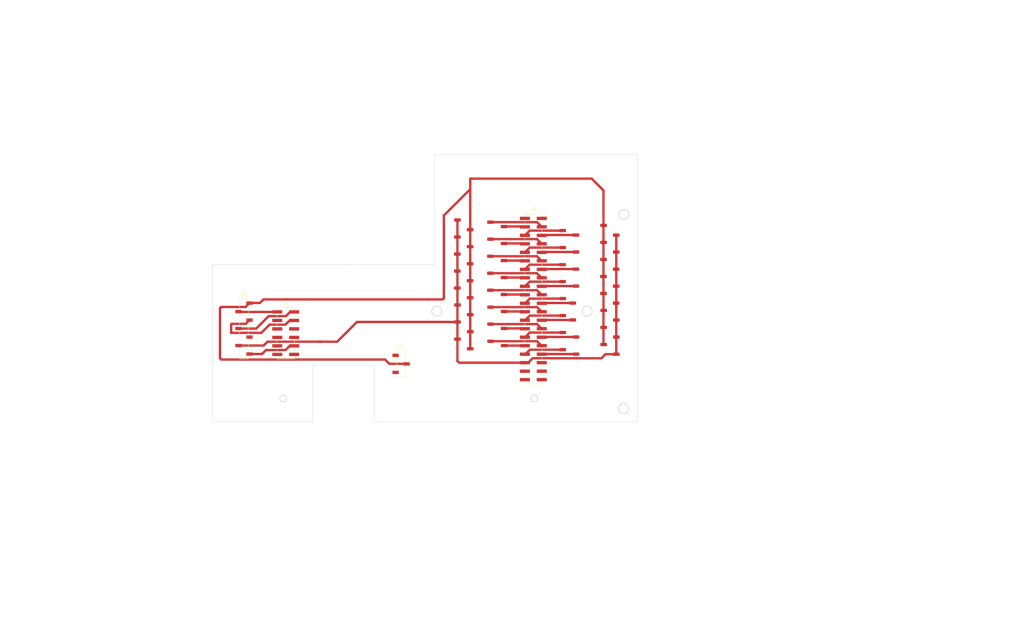
<source format=kicad_pcb>
(kicad_pcb (version 20221018) (generator pcbnew)
  (layers (0 "F.Cu" signal) (31 "B.Cu" signal) (34 "B.Paste" user) (35 "F.Paste" user) (36 "B.SilkS" user "B.Silkscreen") (37 "F.SilkS" user "F.Silkscreen") (38 "B.Mask" user) (39 "F.Mask" user) (44 "Edge.Cuts" user))
  (net 0 "")
  (footprint "" (layer "F.Cu") (at 205.45221 134.24857)
    (fp_text reference "" (at 0 0) (layer "F.SilkS") (effects (font (size 1.27 1.27))))
    (fp_text value "" (at 0 0) (layer "F.SilkS") (effects (font (size 1.27 1.27))))
    (pad "3" smd roundrect (at 0 0 270) (size 1 2) (layers "F.Cu" "F.Paste" "F.Mask"))
  )
  (footprint "" (layer "F.Cu") (at 249.125 110.43904)
    (fp_text reference "" (at 0 0) (layer "F.SilkS") (effects (font (size 1.27 1.27))))
    (fp_text value "" (at 0 0) (layer "F.SilkS") (effects (font (size 1.27 1.27))))
    (pad "3" smd roundrect (at 0 0 270) (size 1 2) (layers "F.Cu" "F.Paste" "F.Mask"))
  )
  (footprint "" (layer "F.Cu") (at 240.90628 138.7495)
    (fp_text reference "" (at 0 0) (layer "F.SilkS") (effects (font (size 1.27 1.27))))
    (fp_text value "" (at 0 0) (layer "F.SilkS") (effects (font (size 1.27 1.27))))
    (pad "3" smd roundrect (at 0 0 270) (size 1 2) (layers "F.Cu" "F.Paste" "F.Mask"))
  )
  (footprint "" (layer "F.Cu") (at 249.125 105.35904)
    (fp_text reference "" (at 0 0) (layer "F.SilkS") (effects (font (size 1.27 1.27))))
    (fp_text value "" (at 0 0) (layer "F.SilkS") (effects (font (size 1.27 1.27))))
    (pad "3" smd roundrect (at 0 0 270) (size 1 2) (layers "F.Cu" "F.Paste" "F.Mask"))
  )
  (footprint "" (layer "F.Cu") (at 249.1 125.71904)
    (fp_text reference "" (at 0 0) (layer "F.SilkS") (effects (font (size 1.27 1.27))))
    (fp_text value "" (at 0 0) (layer "F.SilkS") (effects (font (size 1.27 1.27))))
    (pad "3" smd roundrect (at 0 0 270) (size 1 2) (layers "F.Cu" "F.Paste" "F.Mask"))
  )
  (footprint "Connector_PinSocket_2.54mm:PinSocket_2x06_P2.54mm_Vertical_SMD" (layer "F.Cu") (at 154.07721 137.59904)
    (fp_text reference "J2" (at 0 -9.12) (layer "F.SilkS"))
    (fp_text value "")
    (fp_line (start -2.6 -7.68) (end -2.6 -7.11) (stroke (width 0.12)) (layer "F.SilkS"))
    (fp_line (start -2.6 -7.68) (end 2.6 -7.68) (stroke (width 0.12)) (layer "F.SilkS"))
    (fp_line (start -2.6 -5.59) (end -2.6 -4.57) (stroke (width 0.12)) (layer "F.SilkS"))
    (fp_line (start -2.6 -3.05) (end -2.6 -2.03) (stroke (width 0.12)) (layer "F.SilkS"))
    (fp_line (start -2.6 -0.51) (end -2.6 0.51) (stroke (width 0.12)) (layer "F.SilkS"))
    (fp_line (start -2.6 2.03) (end -2.6 3.05) (stroke (width 0.12)) (layer "F.SilkS"))
    (fp_line (start -2.6 4.57) (end -2.6 5.59) (stroke (width 0.12)) (layer "F.SilkS"))
    (fp_line (start -2.6 7.11) (end -2.6 7.68) (stroke (width 0.12)) (layer "F.SilkS"))
    (fp_line (start -2.6 7.68) (end 2.6 7.68) (stroke (width 0.12)) (layer "F.SilkS"))
    (fp_line (start 2.6 -7.68) (end 2.6 -7.11) (stroke (width 0.12)) (layer "F.SilkS"))
    (fp_line (start 2.6 -7.11) (end 3.96 -7.11) (stroke (width 0.12)) (layer "F.SilkS"))
    (fp_line (start 2.6 -5.59) (end 2.6 -4.57) (stroke (width 0.12)) (layer "F.SilkS"))
    (fp_line (start 2.6 -3.05) (end 2.6 -2.03) (stroke (width 0.12)) (layer "F.SilkS"))
    (fp_line (start 2.6 -0.51) (end 2.6 0.51) (stroke (width 0.12)) (layer "F.SilkS"))
    (fp_line (start 2.6 2.03) (end 2.6 3.05) (stroke (width 0.12)) (layer "F.SilkS"))
    (fp_line (start 2.6 4.57) (end 2.6 5.59) (stroke (width 0.12)) (layer "F.SilkS"))
    (fp_line (start 2.6 7.11) (end 2.6 7.68) (stroke (width 0.12)) (layer "F.SilkS"))
    (pad "1" smd rect (at 2.52 -6.35) (size 3 1) (layers "F.Cu" "F.Paste" "F.Mask"))
    (pad "2" smd rect (at -2.52 -6.35) (size 3 1) (layers "F.Cu" "F.Paste" "F.Mask"))
    (pad "3" smd rect (at 2.52 -3.81) (size 3 1) (layers "F.Cu" "F.Paste" "F.Mask"))
    (pad "4" smd rect (at -2.52 -3.81) (size 3 1) (layers "F.Cu" "F.Paste" "F.Mask"))
    (pad "5" smd rect (at 2.52 -1.27) (size 3 1) (layers "F.Cu" "F.Paste" "F.Mask"))
    (pad "6" smd rect (at -2.52 -1.27) (size 3 1) (layers "F.Cu" "F.Paste" "F.Mask"))
    (pad "7" smd rect (at 2.52 1.27) (size 3 1) (layers "F.Cu" "F.Paste" "F.Mask"))
    (pad "8" smd rect (at -2.52 1.27) (size 3 1) (layers "F.Cu" "F.Paste" "F.Mask"))
    (pad "9" smd rect (at 2.52 3.81) (size 3 1) (layers "F.Cu" "F.Paste" "F.Mask"))
    (pad "10" smd rect (at -2.52 3.81) (size 3 1) (layers "F.Cu" "F.Paste" "F.Mask"))
    (pad "11" smd rect (at 2.52 6.35) (size 3 1) (layers "F.Cu" "F.Paste" "F.Mask"))
    (pad "12" smd rect (at -2.52 6.35) (size 3 1) (layers "F.Cu" "F.Paste" "F.Mask"))
  )
  (footprint "" (layer "F.Cu") (at 205.40221 113.93857)
    (fp_text reference "" (at 0 0) (layer "F.SilkS") (effects (font (size 1.27 1.27))))
    (fp_text value "" (at 0 0) (layer "F.SilkS") (effects (font (size 1.27 1.27))))
    (pad "3" smd roundrect (at 0 0 270) (size 1 2) (layers "F.Cu" "F.Paste" "F.Mask"))
  )
  (footprint "" (layer "F.Cu") (at 252.9 118.45904)
    (fp_text reference "" (at 0 0) (layer "F.SilkS") (effects (font (size 1.27 1.27))))
    (fp_text value "" (at 0 0) (layer "F.SilkS") (effects (font (size 1.27 1.27))))
    (pad "3" smd roundrect (at 0 0 270) (size 1 2) (layers "F.Cu" "F.Paste" "F.Mask"))
  )
  (footprint "" (layer "F.Cu") (at 209.22721 111.71857)
    (fp_text reference "" (at 0 0) (layer "F.SilkS") (effects (font (size 1.27 1.27))))
    (fp_text value "" (at 0 0) (layer "F.SilkS") (effects (font (size 1.27 1.27))))
    (pad "3" smd roundrect (at 0 0 270) (size 1 2) (layers "F.Cu" "F.Paste" "F.Mask"))
  )
  (footprint "" (layer "F.Cu") (at 215.2985 119.66671)
    (fp_text reference "" (at 0 0) (layer "F.SilkS") (effects (font (size 1.27 1.27))))
    (fp_text value "" (at 0 0) (layer "F.SilkS") (effects (font (size 1.27 1.27))))
    (pad "3" smd roundrect (at 0 0 270) (size 1 2) (layers "F.Cu" "F.Paste" "F.Mask"))
  )
  (footprint "Connector_PinSocket_2.54mm:PinSocket_1x07_P2.54mm_Vertical_SMD_Pin1Right" (layer "F.Cu") (at 141.605 136.22904)
    (fp_text reference "J3" (at 0 -10.49) (layer "F.SilkS"))
    (fp_text value "")
    (fp_line (start -1.33 -9.05) (end -1.33 -5.84) (stroke (width 0.12)) (layer "F.SilkS"))
    (fp_line (start -1.33 -9.05) (end 1.33 -9.05) (stroke (width 0.12)) (layer "F.SilkS"))
    (fp_line (start -1.33 -4.32) (end -1.33 -0.76) (stroke (width 0.12)) (layer "F.SilkS"))
    (fp_line (start -1.33 0.76) (end -1.33 4.32) (stroke (width 0.12)) (layer "F.SilkS"))
    (fp_line (start -1.33 5.84) (end -1.33 9.05) (stroke (width 0.12)) (layer "F.SilkS"))
    (fp_line (start -1.33 9.05) (end 1.33 9.05) (stroke (width 0.12)) (layer "F.SilkS"))
    (fp_line (start 1.33 -9.05) (end 1.33 -8.38) (stroke (width 0.12)) (layer "F.SilkS"))
    (fp_line (start 1.33 -8.38) (end 2.54 -8.38) (stroke (width 0.12)) (layer "F.SilkS"))
    (fp_line (start 1.33 -6.86) (end 1.33 -3.3) (stroke (width 0.12)) (layer "F.SilkS"))
    (fp_line (start 1.33 -1.78) (end 1.33 1.78) (stroke (width 0.12)) (layer "F.SilkS"))
    (fp_line (start 1.33 3.3) (end 1.33 6.86) (stroke (width 0.12)) (layer "F.SilkS"))
    (fp_line (start 1.33 8.38) (end 1.33 9.05) (stroke (width 0.12)) (layer "F.SilkS"))
    (pad "1" smd rect (at 1.65 -7.62) (size 1.9 1) (layers "F.Cu" "F.Paste" "F.Mask"))
    (pad "2" smd rect (at -1.65 -5.08) (size 1.9 1) (layers "F.Cu" "F.Paste" "F.Mask"))
    (pad "3" smd rect (at 1.65 -2.54) (size 1.9 1) (layers "F.Cu" "F.Paste" "F.Mask"))
    (pad "4" smd rect (at -1.65 0) (size 1.9 1) (layers "F.Cu" "F.Paste" "F.Mask"))
    (pad "5" smd rect (at 1.65 2.54) (size 1.9 1) (layers "F.Cu" "F.Paste" "F.Mask"))
    (pad "6" smd rect (at -1.65 5.08) (size 1.9 1) (layers "F.Cu" "F.Paste" "F.Mask"))
    (pad "7" smd rect (at 1.65 7.62) (size 1.9 1) (layers "F.Cu" "F.Paste" "F.Mask"))
  )
  (footprint "" (layer "F.Cu") (at 236.86535 117.110425)
    (fp_text reference "" (at 0 0) (layer "F.SilkS") (effects (font (size 1.27 1.27))))
    (fp_text value "" (at 0 0) (layer "F.SilkS") (effects (font (size 1.27 1.27))))
    (pad "3" smd roundrect (at 0 0 270) (size 1 2) (layers "F.Cu" "F.Paste" "F.Mask"))
  )
  (footprint "" (layer "F.Cu") (at 205.42721 108.81857)
    (fp_text reference "" (at 0 0) (layer "F.SilkS") (effects (font (size 1.27 1.27))))
    (fp_text value "" (at 0 0) (layer "F.SilkS") (effects (font (size 1.27 1.27))))
    (pad "3" smd roundrect (at 0 0 270) (size 1 2) (layers "F.Cu" "F.Paste" "F.Mask"))
  )
  (footprint "" (layer "F.Cu") (at 252.95 133.68904)
    (fp_text reference "" (at 0 0) (layer "F.SilkS") (effects (font (size 1.27 1.27))))
    (fp_text value "" (at 0 0) (layer "F.SilkS") (effects (font (size 1.27 1.27))))
    (pad "3" smd roundrect (at 0 0 270) (size 1 2) (layers "F.Cu" "F.Paste" "F.Mask"))
  )
  (footprint "Connector_PinSocket_2.54mm:PinSocket_2x20_P2.54mm_Vertical_SMD" (layer "F.Cu") (at 228.125 127.38904)
    (fp_text reference "J1" (at 0 -26.9) (layer "F.SilkS"))
    (fp_text value "")
    (fp_line (start -2.6 -25.46) (end -2.6 -24.89) (stroke (width 0.12)) (layer "F.SilkS"))
    (fp_line (start -2.6 -25.46) (end 2.6 -25.46) (stroke (width 0.12)) (layer "F.SilkS"))
    (fp_line (start -2.6 -23.37) (end -2.6 -22.35) (stroke (width 0.12)) (layer "F.SilkS"))
    (fp_line (start -2.6 -20.83) (end -2.6 -19.81) (stroke (width 0.12)) (layer "F.SilkS"))
    (fp_line (start -2.6 -18.29) (end -2.6 -17.27) (stroke (width 0.12)) (layer "F.SilkS"))
    (fp_line (start -2.6 -15.75) (end -2.6 -14.73) (stroke (width 0.12)) (layer "F.SilkS"))
    (fp_line (start -2.6 -13.21) (end -2.6 -12.19) (stroke (width 0.12)) (layer "F.SilkS"))
    (fp_line (start -2.6 -10.67) (end -2.6 -9.65) (stroke (width 0.12)) (layer "F.SilkS"))
    (fp_line (start -2.6 -8.13) (end -2.6 -7.11) (stroke (width 0.12)) (layer "F.SilkS"))
    (fp_line (start -2.6 -5.59) (end -2.6 -4.57) (stroke (width 0.12)) (layer "F.SilkS"))
    (fp_line (start -2.6 -3.05) (end -2.6 -2.03) (stroke (width 0.12)) (layer "F.SilkS"))
    (fp_line (start -2.6 -0.51) (end -2.6 0.51) (stroke (width 0.12)) (layer "F.SilkS"))
    (fp_line (start -2.6 2.03) (end -2.6 3.05) (stroke (width 0.12)) (layer "F.SilkS"))
    (fp_line (start -2.6 4.57) (end -2.6 5.59) (stroke (width 0.12)) (layer "F.SilkS"))
    (fp_line (start -2.6 7.11) (end -2.6 8.13) (stroke (width 0.12)) (layer "F.SilkS"))
    (fp_line (start -2.6 9.65) (end -2.6 10.67) (stroke (width 0.12)) (layer "F.SilkS"))
    (fp_line (start -2.6 12.19) (end -2.6 13.21) (stroke (width 0.12)) (layer "F.SilkS"))
    (fp_line (start -2.6 14.73) (end -2.6 15.75) (stroke (width 0.12)) (layer "F.SilkS"))
    (fp_line (start -2.6 17.27) (end -2.6 18.29) (stroke (width 0.12)) (layer "F.SilkS"))
    (fp_line (start -2.6 19.81) (end -2.6 20.83) (stroke (width 0.12)) (layer "F.SilkS"))
    (fp_line (start -2.6 22.35) (end -2.6 23.37) (stroke (width 0.12)) (layer "F.SilkS"))
    (fp_line (start -2.6 24.89) (end -2.6 25.46) (stroke (width 0.12)) (layer "F.SilkS"))
    (fp_line (start -2.6 25.46) (end 2.6 25.46) (stroke (width 0.12)) (layer "F.SilkS"))
    (fp_line (start 2.6 -25.46) (end 2.6 -24.89) (stroke (width 0.12)) (layer "F.SilkS"))
    (fp_line (start 2.6 -24.89) (end 3.96 -24.89) (stroke (width 0.12)) (layer "F.SilkS"))
    (fp_line (start 2.6 -23.37) (end 2.6 -22.35) (stroke (width 0.12)) (layer "F.SilkS"))
    (fp_line (start 2.6 -20.83) (end 2.6 -19.81) (stroke (width 0.12)) (layer "F.SilkS"))
    (fp_line (start 2.6 -18.29) (end 2.6 -17.27) (stroke (width 0.12)) (layer "F.SilkS"))
    (fp_line (start 2.6 -15.75) (end 2.6 -14.73) (stroke (width 0.12)) (layer "F.SilkS"))
    (fp_line (start 2.6 -13.21) (end 2.6 -12.19) (stroke (width 0.12)) (layer "F.SilkS"))
    (fp_line (start 2.6 -10.67) (end 2.6 -9.65) (stroke (width 0.12)) (layer "F.SilkS"))
    (fp_line (start 2.6 -8.13) (end 2.6 -7.11) (stroke (width 0.12)) (layer "F.SilkS"))
    (fp_line (start 2.6 -5.59) (end 2.6 -4.57) (stroke (width 0.12)) (layer "F.SilkS"))
    (fp_line (start 2.6 -3.05) (end 2.6 -2.03) (stroke (width 0.12)) (layer "F.SilkS"))
    (fp_line (start 2.6 -0.51) (end 2.6 0.51) (stroke (width 0.12)) (layer "F.SilkS"))
    (fp_line (start 2.6 2.03) (end 2.6 3.05) (stroke (width 0.12)) (layer "F.SilkS"))
    (fp_line (start 2.6 4.57) (end 2.6 5.59) (stroke (width 0.12)) (layer "F.SilkS"))
    (fp_line (start 2.6 7.11) (end 2.6 8.13) (stroke (width 0.12)) (layer "F.SilkS"))
    (fp_line (start 2.6 9.65) (end 2.6 10.67) (stroke (width 0.12)) (layer "F.SilkS"))
    (fp_line (start 2.6 12.19) (end 2.6 13.21) (stroke (width 0.12)) (layer "F.SilkS"))
    (fp_line (start 2.6 14.73) (end 2.6 15.75) (stroke (width 0.12)) (layer "F.SilkS"))
    (fp_line (start 2.6 17.27) (end 2.6 18.29) (stroke (width 0.12)) (layer "F.SilkS"))
    (fp_line (start 2.6 19.81) (end 2.6 20.83) (stroke (width 0.12)) (layer "F.SilkS"))
    (fp_line (start 2.6 22.35) (end 2.6 23.37) (stroke (width 0.12)) (layer "F.SilkS"))
    (fp_line (start 2.6 24.89) (end 2.6 25.46) (stroke (width 0.12)) (layer "F.SilkS"))
    (pad "1" smd rect (at 2.52 -24.13) (size 3 1) (layers "F.Cu" "F.Paste" "F.Mask"))
    (pad "2" smd rect (at -2.52 -24.13) (size 3 1) (layers "F.Cu" "F.Paste" "F.Mask"))
    (pad "3" smd rect (at 2.52 -21.59) (size 3 1) (layers "F.Cu" "F.Paste" "F.Mask"))
    (pad "4" smd rect (at -2.52 -21.59) (size 3 1) (layers "F.Cu" "F.Paste" "F.Mask"))
    (pad "5" smd rect (at 2.52 -19.05) (size 3 1) (layers "F.Cu" "F.Paste" "F.Mask"))
    (pad "6" smd rect (at -2.52 -19.05) (size 3 1) (layers "F.Cu" "F.Paste" "F.Mask"))
    (pad "7" smd rect (at 2.52 -16.51) (size 3 1) (layers "F.Cu" "F.Paste" "F.Mask"))
    (pad "8" smd rect (at -2.52 -16.51) (size 3 1) (layers "F.Cu" "F.Paste" "F.Mask"))
    (pad "9" smd rect (at 2.52 -13.97) (size 3 1) (layers "F.Cu" "F.Paste" "F.Mask"))
    (pad "10" smd rect (at -2.52 -13.97) (size 3 1) (layers "F.Cu" "F.Paste" "F.Mask"))
    (pad "11" smd rect (at 2.52 -11.43) (size 3 1) (layers "F.Cu" "F.Paste" "F.Mask"))
    (pad "12" smd rect (at -2.52 -11.43) (size 3 1) (layers "F.Cu" "F.Paste" "F.Mask"))
    (pad "13" smd rect (at 2.52 -8.89) (size 3 1) (layers "F.Cu" "F.Paste" "F.Mask"))
    (pad "14" smd rect (at -2.52 -8.89) (size 3 1) (layers "F.Cu" "F.Paste" "F.Mask"))
    (pad "15" smd rect (at 2.52 -6.35) (size 3 1) (layers "F.Cu" "F.Paste" "F.Mask"))
    (pad "16" smd rect (at -2.52 -6.35) (size 3 1) (layers "F.Cu" "F.Paste" "F.Mask"))
    (pad "17" smd rect (at 2.52 -3.81) (size 3 1) (layers "F.Cu" "F.Paste" "F.Mask"))
    (pad "18" smd rect (at -2.52 -3.81) (size 3 1) (layers "F.Cu" "F.Paste" "F.Mask"))
    (pad "19" smd rect (at 2.52 -1.27) (size 3 1) (layers "F.Cu" "F.Paste" "F.Mask"))
    (pad "20" smd rect (at -2.52 -1.27) (size 3 1) (layers "F.Cu" "F.Paste" "F.Mask"))
    (pad "21" smd rect (at 2.52 1.27) (size 3 1) (layers "F.Cu" "F.Paste" "F.Mask"))
    (pad "22" smd rect (at -2.52 1.27) (size 3 1) (layers "F.Cu" "F.Paste" "F.Mask"))
    (pad "23" smd rect (at 2.52 3.81) (size 3 1) (layers "F.Cu" "F.Paste" "F.Mask"))
    (pad "24" smd rect (at -2.52 3.81) (size 3 1) (layers "F.Cu" "F.Paste" "F.Mask"))
    (pad "25" smd rect (at 2.52 6.35) (size 3 1) (layers "F.Cu" "F.Paste" "F.Mask"))
    (pad "26" smd rect (at -2.52 6.35) (size 3 1) (layers "F.Cu" "F.Paste" "F.Mask"))
    (pad "27" smd rect (at 2.52 8.89) (size 3 1) (layers "F.Cu" "F.Paste" "F.Mask"))
    (pad "28" smd rect (at -2.52 8.89) (size 3 1) (layers "F.Cu" "F.Paste" "F.Mask"))
    (pad "29" smd rect (at 2.52 11.43) (size 3 1) (layers "F.Cu" "F.Paste" "F.Mask"))
    (pad "30" smd rect (at -2.52 11.43) (size 3 1) (layers "F.Cu" "F.Paste" "F.Mask"))
    (pad "31" smd rect (at 2.52 13.97) (size 3 1) (layers "F.Cu" "F.Paste" "F.Mask"))
    (pad "32" smd rect (at -2.52 13.97) (size 3 1) (layers "F.Cu" "F.Paste" "F.Mask"))
    (pad "33" smd rect (at 2.52 16.51) (size 3 1) (layers "F.Cu" "F.Paste" "F.Mask"))
    (pad "34" smd rect (at -2.52 16.51) (size 3 1) (layers "F.Cu" "F.Paste" "F.Mask"))
    (pad "35" smd rect (at 2.52 19.05) (size 3 1) (layers "F.Cu" "F.Paste" "F.Mask"))
    (pad "36" smd rect (at -2.52 19.05) (size 3 1) (layers "F.Cu" "F.Paste" "F.Mask"))
    (pad "37" smd rect (at 2.52 21.59) (size 3 1) (layers "F.Cu" "F.Paste" "F.Mask"))
    (pad "38" smd rect (at -2.52 21.59) (size 3 1) (layers "F.Cu" "F.Paste" "F.Mask"))
    (pad "39" smd rect (at 2.52 24.13) (size 3 1) (layers "F.Cu" "F.Paste" "F.Mask"))
    (pad "40" smd rect (at -2.52 24.13) (size 3 1) (layers "F.Cu" "F.Paste" "F.Mask"))
  )
  (footprint "" (layer "F.Cu") (at 219.35093 120.96228)
    (fp_text reference "" (at 0 0) (layer "F.SilkS") (effects (font (size 1.27 1.27))))
    (fp_text value "" (at 0 0) (layer "F.SilkS") (effects (font (size 1.27 1.27))))
    (pad "3" smd roundrect (at 0 0 270) (size 1 2) (layers "F.Cu" "F.Paste" "F.Mask"))
  )
  (footprint "" (layer "F.Cu") (at 252.9 128.61904)
    (fp_text reference "" (at 0 0) (layer "F.SilkS") (effects (font (size 1.27 1.27))))
    (fp_text value "" (at 0 0) (layer "F.SilkS") (effects (font (size 1.27 1.27))))
    (pad "3" smd roundrect (at 0 0 270) (size 1 2) (layers "F.Cu" "F.Paste" "F.Mask"))
  )
  (footprint "" (layer "F.Cu") (at 236.89035 111.990425)
    (fp_text reference "" (at 0 0) (layer "F.SilkS") (effects (font (size 1.27 1.27))))
    (fp_text value "" (at 0 0) (layer "F.SilkS") (effects (font (size 1.27 1.27))))
    (pad "3" smd roundrect (at 0 0 270) (size 1 2) (layers "F.Cu" "F.Paste" "F.Mask"))
  )
  (footprint "" (layer "F.Cu") (at 240.85628 123.5195)
    (fp_text reference "" (at 0 0) (layer "F.SilkS") (effects (font (size 1.27 1.27))))
    (fp_text value "" (at 0 0) (layer "F.SilkS") (effects (font (size 1.27 1.27))))
    (pad "3" smd roundrect (at 0 0 270) (size 1 2) (layers "F.Cu" "F.Paste" "F.Mask"))
  )
  (footprint "" (layer "F.Cu") (at 252.9 123.53904)
    (fp_text reference "" (at 0 0) (layer "F.SilkS") (effects (font (size 1.27 1.27))))
    (fp_text value "" (at 0 0) (layer "F.SilkS") (effects (font (size 1.27 1.27))))
    (pad "3" smd roundrect (at 0 0 270) (size 1 2) (layers "F.Cu" "F.Paste" "F.Mask"))
  )
  (footprint "" (layer "F.Cu") (at 215.3235 109.46671)
    (fp_text reference "" (at 0 0) (layer "F.SilkS") (effects (font (size 1.27 1.27))))
    (fp_text value "" (at 0 0) (layer "F.SilkS") (effects (font (size 1.27 1.27))))
    (pad "3" smd roundrect (at 0 0 270) (size 1 2) (layers "F.Cu" "F.Paste" "F.Mask"))
  )
  (footprint "" (layer "F.Cu") (at 249.1 120.63904)
    (fp_text reference "" (at 0 0) (layer "F.SilkS") (effects (font (size 1.27 1.27))))
    (fp_text value "" (at 0 0) (layer "F.SilkS") (effects (font (size 1.27 1.27))))
    (pad "3" smd roundrect (at 0 0 270) (size 1 2) (layers "F.Cu" "F.Paste" "F.Mask"))
  )
  (footprint "Connector_PinSocket_2.54mm:PinSocket_1x03_P2.54mm_Vertical_SMD_Pin1Left" (layer "F.Cu") (at 188.595 146.79904)
    (fp_text reference "J4" (at 0 -5.41) (layer "F.SilkS"))
    (fp_text value "")
    (fp_line (start -2.54 -3.3) (end -1.33 -3.3) (stroke (width 0.12)) (layer "F.SilkS"))
    (fp_line (start -1.33 -3.97) (end -1.33 -3.3) (stroke (width 0.12)) (layer "F.SilkS"))
    (fp_line (start -1.33 -3.97) (end 1.33 -3.97) (stroke (width 0.12)) (layer "F.SilkS"))
    (fp_line (start -1.33 -1.78) (end -1.33 1.78) (stroke (width 0.12)) (layer "F.SilkS"))
    (fp_line (start -1.33 3.3) (end -1.33 3.97) (stroke (width 0.12)) (layer "F.SilkS"))
    (fp_line (start -1.33 3.97) (end 1.33 3.97) (stroke (width 0.12)) (layer "F.SilkS"))
    (fp_line (start 1.33 -3.97) (end 1.33 -0.76) (stroke (width 0.12)) (layer "F.SilkS"))
    (fp_line (start 1.33 0.76) (end 1.33 3.97) (stroke (width 0.12)) (layer "F.SilkS"))
    (pad "1" smd rect (at -1.65 -2.54) (size 1.9 1) (layers "F.Cu" "F.Paste" "F.Mask"))
    (pad "2" smd rect (at 1.65 0) (size 1.9 1) (layers "F.Cu" "F.Paste" "F.Mask"))
    (pad "3" smd rect (at -1.65 2.54) (size 1.9 1) (layers "F.Cu" "F.Paste" "F.Mask"))
  )
  (footprint "" (layer "F.Cu") (at 209.25221 132.06857)
    (fp_text reference "" (at 0 0) (layer "F.SilkS") (effects (font (size 1.27 1.27))))
    (fp_text value "" (at 0 0) (layer "F.SilkS") (effects (font (size 1.27 1.27))))
    (pad "3" smd roundrect (at 0 0 270) (size 1 2) (layers "F.Cu" "F.Paste" "F.Mask"))
  )
  (footprint "" (layer "F.Cu") (at 215.3485 140.02671)
    (fp_text reference "" (at 0 0) (layer "F.SilkS") (effects (font (size 1.27 1.27))))
    (fp_text value "" (at 0 0) (layer "F.SilkS") (effects (font (size 1.27 1.27))))
    (pad "3" smd roundrect (at 0 0 270) (size 1 2) (layers "F.Cu" "F.Paste" "F.Mask"))
  )
  (footprint "" (layer "F.Cu") (at 205.45221 129.16857)
    (fp_text reference "" (at 0 0) (layer "F.SilkS") (effects (font (size 1.27 1.27))))
    (fp_text value "" (at 0 0) (layer "F.SilkS") (effects (font (size 1.27 1.27))))
    (pad "3" smd roundrect (at 0 0 270) (size 1 2) (layers "F.Cu" "F.Paste" "F.Mask"))
  )
  (footprint "" (layer "F.Cu") (at 239.9 128.5895)
    (fp_text reference "" (at 0 0) (layer "F.SilkS") (effects (font (size 1.27 1.27))))
    (fp_text value "" (at 0 0) (layer "F.SilkS") (effects (font (size 1.27 1.27))))
    (pad "3" smd roundrect (at 0 0 270) (size 1 2) (layers "F.Cu" "F.Paste" "F.Mask"))
  )
  (footprint "" (layer "F.Cu") (at 219.35093 126.04228)
    (fp_text reference "" (at 0 0) (layer "F.SilkS") (effects (font (size 1.27 1.27))))
    (fp_text value "" (at 0 0) (layer "F.SilkS") (effects (font (size 1.27 1.27))))
    (pad "3" smd roundrect (at 0 0 270) (size 1 2) (layers "F.Cu" "F.Paste" "F.Mask"))
  )
  (footprint "" (layer "F.Cu") (at 236.91535 132.340425)
    (fp_text reference "" (at 0 0) (layer "F.SilkS") (effects (font (size 1.27 1.27))))
    (fp_text value "" (at 0 0) (layer "F.SilkS") (effects (font (size 1.27 1.27))))
    (pad "3" smd roundrect (at 0 0 270) (size 1 2) (layers "F.Cu" "F.Paste" "F.Mask"))
  )
  (footprint "" (layer "F.Cu") (at 252.95 138.76904)
    (fp_text reference "" (at 0 0) (layer "F.SilkS") (effects (font (size 1.27 1.27))))
    (fp_text value "" (at 0 0) (layer "F.SilkS") (effects (font (size 1.27 1.27))))
    (pad "3" smd roundrect (at 0 0 270) (size 1 2) (layers "F.Cu" "F.Paste" "F.Mask"))
  )
  (footprint "" (layer "F.Cu") (at 209.20221 121.91857)
    (fp_text reference "" (at 0 0) (layer "F.SilkS") (effects (font (size 1.27 1.27))))
    (fp_text value "" (at 0 0) (layer "F.SilkS") (effects (font (size 1.27 1.27))))
    (pad "3" smd roundrect (at 0 0 270) (size 1 2) (layers "F.Cu" "F.Paste" "F.Mask"))
  )
  (footprint "" (layer "F.Cu") (at 240.88128 108.2395)
    (fp_text reference "" (at 0 0) (layer "F.SilkS") (effects (font (size 1.27 1.27))))
    (fp_text value "" (at 0 0) (layer "F.SilkS") (effects (font (size 1.27 1.27))))
    (pad "3" smd roundrect (at 0 0 270) (size 1 2) (layers "F.Cu" "F.Paste" "F.Mask"))
  )
  (footprint "" (layer "F.Cu") (at 205.45221 139.37857)
    (fp_text reference "" (at 0 0) (layer "F.SilkS") (effects (font (size 1.27 1.27))))
    (fp_text value "" (at 0 0) (layer "F.SilkS") (effects (font (size 1.27 1.27))))
    (pad "3" smd roundrect (at 0 0 270) (size 1 2) (layers "F.Cu" "F.Paste" "F.Mask"))
  )
  (footprint "" (layer "F.Cu") (at 249.15 135.86904)
    (fp_text reference "" (at 0 0) (layer "F.SilkS") (effects (font (size 1.27 1.27))))
    (fp_text value "" (at 0 0) (layer "F.SilkS") (effects (font (size 1.27 1.27))))
    (pad "3" smd roundrect (at 0 0 270) (size 1 2) (layers "F.Cu" "F.Paste" "F.Mask"))
  )
  (footprint "" (layer "F.Cu") (at 209.25221 142.27857)
    (fp_text reference "" (at 0 0) (layer "F.SilkS") (effects (font (size 1.27 1.27))))
    (fp_text value "" (at 0 0) (layer "F.SilkS") (effects (font (size 1.27 1.27))))
    (pad "3" smd roundrect (at 0 0 270) (size 1 2) (layers "F.Cu" "F.Paste" "F.Mask"))
  )
  (footprint "" (layer "F.Cu") (at 252.925 108.25904)
    (fp_text reference "" (at 0 0) (layer "F.SilkS") (effects (font (size 1.27 1.27))))
    (fp_text value "" (at 0 0) (layer "F.SilkS") (effects (font (size 1.27 1.27))))
    (pad "3" smd roundrect (at 0 0 270) (size 1 2) (layers "F.Cu" "F.Paste" "F.Mask"))
  )
  (footprint "" (layer "F.Cu") (at 252.95 143.89904)
    (fp_text reference "" (at 0 0) (layer "F.SilkS") (effects (font (size 1.27 1.27))))
    (fp_text value "" (at 0 0) (layer "F.SilkS") (effects (font (size 1.27 1.27))))
    (pad "3" smd roundrect (at 0 0 270) (size 1 2) (layers "F.Cu" "F.Paste" "F.Mask"))
  )
  (footprint "" (layer "F.Cu") (at 209.25221 137.14857)
    (fp_text reference "" (at 0 0) (layer "F.SilkS") (effects (font (size 1.27 1.27))))
    (fp_text value "" (at 0 0) (layer "F.SilkS") (effects (font (size 1.27 1.27))))
    (pad "3" smd roundrect (at 0 0 270) (size 1 2) (layers "F.Cu" "F.Paste" "F.Mask"))
  )
  (footprint "" (layer "F.Cu") (at 240.88128 113.3195)
    (fp_text reference "" (at 0 0) (layer "F.SilkS") (effects (font (size 1.27 1.27))))
    (fp_text value "" (at 0 0) (layer "F.SilkS") (effects (font (size 1.27 1.27))))
    (pad "3" smd roundrect (at 0 0 270) (size 1 2) (layers "F.Cu" "F.Paste" "F.Mask"))
  )
  (footprint "" (layer "F.Cu") (at 219.40093 141.32228)
    (fp_text reference "" (at 0 0) (layer "F.SilkS") (effects (font (size 1.27 1.27))))
    (fp_text value "" (at 0 0) (layer "F.SilkS") (effects (font (size 1.27 1.27))))
    (pad "3" smd roundrect (at 0 0 270) (size 1 2) (layers "F.Cu" "F.Paste" "F.Mask"))
  )
  (footprint "" (layer "F.Cu") (at 209.20221 116.83857)
    (fp_text reference "" (at 0 0) (layer "F.SilkS") (effects (font (size 1.27 1.27))))
    (fp_text value "" (at 0 0) (layer "F.SilkS") (effects (font (size 1.27 1.27))))
    (pad "3" smd roundrect (at 0 0 270) (size 1 2) (layers "F.Cu" "F.Paste" "F.Mask"))
  )
  (footprint "" (layer "F.Cu") (at 219.40093 136.19228)
    (fp_text reference "" (at 0 0) (layer "F.SilkS") (effects (font (size 1.27 1.27))))
    (fp_text value "" (at 0 0) (layer "F.SilkS") (effects (font (size 1.27 1.27))))
    (pad "3" smd roundrect (at 0 0 270) (size 1 2) (layers "F.Cu" "F.Paste" "F.Mask"))
  )
  (footprint "" (layer "F.Cu") (at 215.2985 114.58671)
    (fp_text reference "" (at 0 0) (layer "F.SilkS") (effects (font (size 1.27 1.27))))
    (fp_text value "" (at 0 0) (layer "F.SilkS") (effects (font (size 1.27 1.27))))
    (pad "3" smd roundrect (at 0 0 270) (size 1 2) (layers "F.Cu" "F.Paste" "F.Mask"))
  )
  (footprint "" (layer "F.Cu") (at 205.40221 119.01857)
    (fp_text reference "" (at 0 0) (layer "F.SilkS") (effects (font (size 1.27 1.27))))
    (fp_text value "" (at 0 0) (layer "F.SilkS") (effects (font (size 1.27 1.27))))
    (pad "3" smd roundrect (at 0 0 270) (size 1 2) (layers "F.Cu" "F.Paste" "F.Mask"))
  )
  (footprint "" (layer "F.Cu") (at 219.35093 115.88228)
    (fp_text reference "" (at 0 0) (layer "F.SilkS") (effects (font (size 1.27 1.27))))
    (fp_text value "" (at 0 0) (layer "F.SilkS") (effects (font (size 1.27 1.27))))
    (pad "3" smd roundrect (at 0 0 270) (size 1 2) (layers "F.Cu" "F.Paste" "F.Mask"))
  )
  (footprint "" (layer "F.Cu") (at 219.37593 105.68228)
    (fp_text reference "" (at 0 0) (layer "F.SilkS") (effects (font (size 1.27 1.27))))
    (fp_text value "" (at 0 0) (layer "F.SilkS") (effects (font (size 1.27 1.27))))
    (pad "3" smd roundrect (at 0 0 270) (size 1 2) (layers "F.Cu" "F.Paste" "F.Mask"))
  )
  (footprint "" (layer "F.Cu") (at 236.86535 122.190425)
    (fp_text reference "" (at 0 0) (layer "F.SilkS") (effects (font (size 1.27 1.27))))
    (fp_text value "" (at 0 0) (layer "F.SilkS") (effects (font (size 1.27 1.27))))
    (pad "3" smd roundrect (at 0 0 270) (size 1 2) (layers "F.Cu" "F.Paste" "F.Mask"))
  )
  (footprint "" (layer "F.Cu") (at 219.40093 131.11228)
    (fp_text reference "" (at 0 0) (layer "F.SilkS") (effects (font (size 1.27 1.27))))
    (fp_text value "" (at 0 0) (layer "F.SilkS") (effects (font (size 1.27 1.27))))
    (pad "3" smd roundrect (at 0 0 270) (size 1 2) (layers "F.Cu" "F.Paste" "F.Mask"))
  )
  (footprint "" (layer "F.Cu") (at 239.9 133.64904)
    (fp_text reference "" (at 0 0) (layer "F.SilkS") (effects (font (size 1.27 1.27))))
    (fp_text value "" (at 0 0) (layer "F.SilkS") (effects (font (size 1.27 1.27))))
    (pad "3" smd roundrect (at 0 0 270) (size 1 2) (layers "F.Cu" "F.Paste" "F.Mask"))
  )
  (footprint "" (layer "F.Cu") (at 205.42721 103.73857)
    (fp_text reference "" (at 0 0) (layer "F.SilkS") (effects (font (size 1.27 1.27))))
    (fp_text value "" (at 0 0) (layer "F.SilkS") (effects (font (size 1.27 1.27))))
    (pad "3" smd roundrect (at 0 0 270) (size 1 2) (layers "F.Cu" "F.Paste" "F.Mask"))
  )
  (footprint "" (layer "F.Cu") (at 236.91535 142.550425)
    (fp_text reference "" (at 0 0) (layer "F.SilkS") (effects (font (size 1.27 1.27))))
    (fp_text value "" (at 0 0) (layer "F.SilkS") (effects (font (size 1.27 1.27))))
    (pad "3" smd roundrect (at 0 0 270) (size 1 2) (layers "F.Cu" "F.Paste" "F.Mask"))
  )
  (footprint "" (layer "F.Cu") (at 205.40221 124.09857)
    (fp_text reference "" (at 0 0) (layer "F.SilkS") (effects (font (size 1.27 1.27))))
    (fp_text value "" (at 0 0) (layer "F.SilkS") (effects (font (size 1.27 1.27))))
    (pad "3" smd roundrect (at 0 0 270) (size 1 2) (layers "F.Cu" "F.Paste" "F.Mask"))
  )
  (footprint "" (layer "F.Cu") (at 219.37593 110.76228)
    (fp_text reference "" (at 0 0) (layer "F.SilkS") (effects (font (size 1.27 1.27))))
    (fp_text value "" (at 0 0) (layer "F.SilkS") (effects (font (size 1.27 1.27))))
    (pad "3" smd roundrect (at 0 0 270) (size 1 2) (layers "F.Cu" "F.Paste" "F.Mask"))
  )
  (footprint "" (layer "F.Cu") (at 236.91535 127.260425)
    (fp_text reference "" (at 0 0) (layer "F.SilkS") (effects (font (size 1.27 1.27))))
    (fp_text value "" (at 0 0) (layer "F.SilkS") (effects (font (size 1.27 1.27))))
    (pad "3" smd roundrect (at 0 0 270) (size 1 2) (layers "F.Cu" "F.Paste" "F.Mask"))
  )
  (footprint "" (layer "F.Cu") (at 240.85628 118.4395)
    (fp_text reference "" (at 0 0) (layer "F.SilkS") (effects (font (size 1.27 1.27))))
    (fp_text value "" (at 0 0) (layer "F.SilkS") (effects (font (size 1.27 1.27))))
    (pad "3" smd roundrect (at 0 0 270) (size 1 2) (layers "F.Cu" "F.Paste" "F.Mask"))
  )
  (footprint "" (layer "F.Cu") (at 236.89035 106.910425)
    (fp_text reference "" (at 0 0) (layer "F.SilkS") (effects (font (size 1.27 1.27))))
    (fp_text value "" (at 0 0) (layer "F.SilkS") (effects (font (size 1.27 1.27))))
    (pad "3" smd roundrect (at 0 0 270) (size 1 2) (layers "F.Cu" "F.Paste" "F.Mask"))
  )
  (footprint "" (layer "F.Cu") (at 249.15 130.78904)
    (fp_text reference "" (at 0 0) (layer "F.SilkS") (effects (font (size 1.27 1.27))))
    (fp_text value "" (at 0 0) (layer "F.SilkS") (effects (font (size 1.27 1.27))))
    (pad "3" smd roundrect (at 0 0 270) (size 1 2) (layers "F.Cu" "F.Paste" "F.Mask"))
  )
  (footprint "" (layer "F.Cu") (at 215.3485 134.89671)
    (fp_text reference "" (at 0 0) (layer "F.SilkS") (effects (font (size 1.27 1.27))))
    (fp_text value "" (at 0 0) (layer "F.SilkS") (effects (font (size 1.27 1.27))))
    (pad "3" smd roundrect (at 0 0 270) (size 1 2) (layers "F.Cu" "F.Paste" "F.Mask"))
  )
  (footprint "" (layer "F.Cu") (at 249.1 115.55904)
    (fp_text reference "" (at 0 0) (layer "F.SilkS") (effects (font (size 1.27 1.27))))
    (fp_text value "" (at 0 0) (layer "F.SilkS") (effects (font (size 1.27 1.27))))
    (pad "3" smd roundrect (at 0 0 270) (size 1 2) (layers "F.Cu" "F.Paste" "F.Mask"))
  )
  (footprint "" (layer "F.Cu") (at 215.2985 124.74671)
    (fp_text reference "" (at 0 0) (layer "F.SilkS") (effects (font (size 1.27 1.27))))
    (fp_text value "" (at 0 0) (layer "F.SilkS") (effects (font (size 1.27 1.27))))
    (pad "3" smd roundrect (at 0 0 270) (size 1 2) (layers "F.Cu" "F.Paste" "F.Mask"))
  )
  (footprint "" (layer "F.Cu") (at 209.20221 126.99857)
    (fp_text reference "" (at 0 0) (layer "F.SilkS") (effects (font (size 1.27 1.27))))
    (fp_text value "" (at 0 0) (layer "F.SilkS") (effects (font (size 1.27 1.27))))
    (pad "3" smd roundrect (at 0 0 270) (size 1 2) (layers "F.Cu" "F.Paste" "F.Mask"))
  )
  (footprint "" (layer "F.Cu") (at 215.3235 104.38671)
    (fp_text reference "" (at 0 0) (layer "F.SilkS") (effects (font (size 1.27 1.27))))
    (fp_text value "" (at 0 0) (layer "F.SilkS") (effects (font (size 1.27 1.27))))
    (pad "3" smd roundrect (at 0 0 270) (size 1 2) (layers "F.Cu" "F.Paste" "F.Mask"))
  )
  (footprint "" (layer "F.Cu") (at 252.925 113.33904)
    (fp_text reference "" (at 0 0) (layer "F.SilkS") (effects (font (size 1.27 1.27))))
    (fp_text value "" (at 0 0) (layer "F.SilkS") (effects (font (size 1.27 1.27))))
    (pad "3" smd roundrect (at 0 0 270) (size 1 2) (layers "F.Cu" "F.Paste" "F.Mask"))
  )
  (footprint "" (layer "F.Cu") (at 249.15 140.99904)
    (fp_text reference "" (at 0 0) (layer "F.SilkS") (effects (font (size 1.27 1.27))))
    (fp_text value "" (at 0 0) (layer "F.SilkS") (effects (font (size 1.27 1.27))))
    (pad "3" smd roundrect (at 0 0 270) (size 1 2) (layers "F.Cu" "F.Paste" "F.Mask"))
  )
  (footprint "" (layer "F.Cu") (at 240.90628 143.8795)
    (fp_text reference "" (at 0 0) (layer "F.SilkS") (effects (font (size 1.27 1.27))))
    (fp_text value "" (at 0 0) (layer "F.SilkS") (effects (font (size 1.27 1.27))))
    (pad "3" smd roundrect (at 0 0 270) (size 1 2) (layers "F.Cu" "F.Paste" "F.Mask"))
  )
  (footprint "" (layer "F.Cu") (at 236.91535 137.420425)
    (fp_text reference "" (at 0 0) (layer "F.SilkS") (effects (font (size 1.27 1.27))))
    (fp_text value "" (at 0 0) (layer "F.SilkS") (effects (font (size 1.27 1.27))))
    (pad "3" smd roundrect (at 0 0 270) (size 1 2) (layers "F.Cu" "F.Paste" "F.Mask"))
  )
  (footprint "" (layer "F.Cu") (at 215.3485 129.81671)
    (fp_text reference "" (at 0 0) (layer "F.SilkS") (effects (font (size 1.27 1.27))))
    (fp_text value "" (at 0 0) (layer "F.SilkS") (effects (font (size 1.27 1.27))))
    (pad "3" smd roundrect (at 0 0 270) (size 1 2) (layers "F.Cu" "F.Paste" "F.Mask"))
  )
  (footprint "" (layer "F.Cu") (at 209.22721 106.63857)
    (fp_text reference "" (at 0 0) (layer "F.SilkS") (effects (font (size 1.27 1.27))))
    (fp_text value "" (at 0 0) (layer "F.SilkS") (effects (font (size 1.27 1.27))))
    (pad "3" smd roundrect (at 0 0 270) (size 1 2) (layers "F.Cu" "F.Paste" "F.Mask"))
  )
  (gr_line (start 227.10221 137.41857) (end 236.91535 137.420425) (stroke (width 0.7)) (layer "F.Cu"))
  (gr_line (start 225.60221 110.75857) (end 219.37593 110.76228) (stroke (width 0.7)) (layer "F.Cu"))
  (gr_line (start 225.62721 136.18857) (end 219.40093 136.19228) (stroke (width 0.7)) (layer "F.Cu"))
  (gr_line (start 225.57721 120.95857) (end 219.35093 120.96228) (stroke (width 0.7)) (layer "F.Cu"))
  (gr_line (start 225.57721 115.87857) (end 219.35093 115.88228) (stroke (width 0.7)) (layer "F.Cu"))
  (gr_line (start 225.62721 141.31857) (end 219.40093 141.32228) (stroke (width 0.7)) (layer "F.Cu"))
  (gr_line (start 225.62721 131.10857) (end 219.40093 131.11228) (stroke (width 0.7)) (layer "F.Cu"))
  (gr_line (start 227.07721 111.98857) (end 236.89035 111.990425) (stroke (width 0.7)) (layer "F.Cu"))
  (gr_line (start 227.05221 122.18857) (end 236.86535 122.190425) (stroke (width 0.7)) (layer "F.Cu"))
  (gr_line (start 227.05221 117.10857) (end 236.86535 117.110425) (stroke (width 0.7)) (layer "F.Cu"))
  (gr_line (start 227.07721 106.90857) (end 236.89035 106.910425) (stroke (width 0.7)) (layer "F.Cu"))
  (gr_line (start 227.10221 132.33857) (end 236.91535 132.340425) (stroke (width 0.7)) (layer "F.Cu"))
  (gr_line (start 227.1 142.55) (end 236.91535 142.550425) (stroke (width 0.7)) (layer "F.Cu"))
  (gr_line (start 225.60221 105.67857) (end 219.37593 105.68228) (stroke (width 0.7)) (layer "F.Cu"))
  (gr_line (start 225.57721 126.03857) (end 219.35093 126.04228) (stroke (width 0.7)) (layer "F.Cu"))
  (gr_line (start 227.10221 127.25857) (end 236.91535 127.260425) (stroke (width 0.7)) (layer "F.Cu"))
  (gr_line (start 180.55 147.15) (end 162.15 147.14904) (stroke (width 0.1)) (layer "Edge.Cuts"))
  (gr_circle (center 228.45 157.15) (end 229.462423 157.15) (stroke (width 0.2)) (fill none) (layer "Edge.Cuts"))
  (gr_line (start 132.15 117.18857) (end 132.15 164.04904) (stroke (width 0.1)) (layer "Edge.Cuts"))
  (gr_circle (center 255.1 160.15) (end 256.611622 160.15) (stroke (width 0.2)) (fill none) (layer "Edge.Cuts"))
  (gr_line (start 198.55 117.1) (end 132.15 117.08857) (stroke (width 0.1)) (layer "Edge.Cuts"))
  (gr_line (start 198.55 84.14904) (end 198.55 117.1) (stroke (width 0.1)) (layer "Edge.Cuts"))
  (gr_circle (center 153.35 157.137578) (end 154.362423 157.137578) (stroke (width 0.2)) (fill none) (layer "Edge.Cuts"))
  (gr_line (start 180.55 163.89904) (end 180.55 147.15) (stroke (width 0.1)) (layer "Edge.Cuts"))
  (gr_circle (center 244.25 131.00096) (end 245.750833 131.00096) (stroke (width 0.2)) (fill none) (layer "Edge.Cuts"))
  (gr_line (start 259.2 84.14904) (end 198.55 84.14904) (stroke (width 0.1)) (layer "Edge.Cuts"))
  (gr_line (start 180.75 164.14904) (end 259.2 164.14904) (stroke (width 0.1)) (layer "Edge.Cuts"))
  (gr_circle (center 199.25 131.05) (end 200.750833 131.05) (stroke (width 0.2)) (fill none) (layer "Edge.Cuts"))
  (gr_line (start 162.15 164.04904) (end 132.15 164.04904) (stroke (width 0.1)) (layer "Edge.Cuts"))
  (gr_circle (center 255.15 102.1) (end 256.661622 102.1) (stroke (width 0.2)) (fill none) (layer "Edge.Cuts"))
  (gr_line (start 162.15 147.14904) (end 162.15 164.04904) (stroke (width 0.1)) (layer "Edge.Cuts"))
  (gr_line (start 259.2 164.14904) (end 259.2 84.14904) (stroke (width 0.1)) (layer "Edge.Cuts"))
  (segment (start 157.97721 158.35857) (end 158.00721 158.38857) (width 0) (layer "F.Cu") (net 0))
  (segment (start 164.92721 140.25857) (end 164.82721 140.15857) (width 0.2) (layer "F.Cu") (net 0))
  (segment (start 134.42721 148.03857) (end 134.37721 148.08857) (width 0) (layer "F.Cu") (net 0))
  (segment (start 169.47721 140.15857) (end 164.27721 140.15857) (width 0.7) (layer "F.Cu") (net 0))
  (segment (start 142.90221 128.54857) (end 143.19953 128.54857) (width 0.2) (layer "F.Cu") (net 0))
  (segment (start 164.26864 140.15) (end 148.63578 140.15) (width 0.7) (layer "F.Cu") (net 0))
  (segment (start 137.77721 137.49904) (end 146.78674 137.49904) (width 0.7) (layer "F.Cu") (net 0))
  (segment (start 189.97721 146.76857) (end 190.21953 146.76857) (width 0) (layer "F.Cu") (net 0))
  (segment (start 230.65221 108.21857) (end 240.85221 108.21857) (width 0.7) (layer "F.Cu") (net 0))
  (segment (start 143.26 133.68904) (end 142.15 134.79904) (width 0.7) (layer "F.Cu") (net 0))
  (segment (start 226.63721 146.39857) (end 227.92721 145.10857) (width 0.7) (layer "F.Cu") (net 0))
  (segment (start 229.1235 104.38671) (end 215.3235 104.38671) (width 0.7) (layer "F.Cu") (net 0))
  (segment (start 209.25 94.51578) (end 201.37721 102.38857) (width 0.7) (layer "F.Cu") (net 0))
  (segment (start 229.0985 124.74671) (end 215.2985 124.74671) (width 0.7) (layer "F.Cu") (net 0))
  (segment (start 239.87907 128.56857) (end 239.9 128.5895) (width 0.7) (layer "F.Cu") (net 0))
  (segment (start 151.45221 131.08857) (end 151.55221 131.18857) (width 0.2) (layer "F.Cu") (net 0))
  (segment (start 139.95 131.14904) (end 140.05 131.24904) (width 0.7) (layer "F.Cu") (net 0))
  (segment (start 153.98578 135.05) (end 155.25721 133.77857) (width 0.7) (layer "F.Cu") (net 0))
  (segment (start 155.28721 141.39857) (end 156.60221 141.39857) (width 0.2) (layer "F.Cu") (net 0))
  (segment (start 142.11047 129.75857) (end 143.26 128.60904) (width 0.7) (layer "F.Cu") (net 0))
  (segment (start 149.23578 135.05) (end 153.98578 135.05) (width 0.7) (layer "F.Cu") (net 0))
  (segment (start 230.62721 123.49857) (end 240.82721 123.49857) (width 0.7) (layer "F.Cu") (net 0))
  (segment (start 147.48721 141.29857) (end 139.96047 141.29857) (width 0.7) (layer "F.Cu") (net 0))
  (segment (start 164.82721 140.15857) (end 164.27721 140.15857) (width 0.7) (layer "F.Cu") (net 0))
  (segment (start 249.125 140.97404) (end 249.15 140.99904) (width 0.2) (layer "F.Cu") (net 0))
  (segment (start 205.45221 134.24857) (end 175.38721 134.24857) (width 0.7) (layer "F.Cu") (net 0))
  (segment (start 154.02721 142.65857) (end 155.28721 141.39857) (width 0.7) (layer "F.Cu") (net 0))
  (segment (start 230.54036 131.10857) (end 229.1985 129.76671) (width 0.7) (layer "F.Cu") (net 0))
  (segment (start 230.49036 120.95857) (end 229.1485 119.61671) (width 0.7) (layer "F.Cu") (net 0))
  (segment (start 227.92721 145.10857) (end 248.49047 145.10857) (width 0.7) (layer "F.Cu") (net 0))
  (segment (start 230.67721 143.85857) (end 240.87721 143.85857) (width 0.7) (layer "F.Cu") (net 0))
  (segment (start 201.37721 127.12857) (end 200.99721 127.50857) (width 0.7) (layer "F.Cu") (net 0))
  (segment (start 137.77721 134.97183) (end 137.77721 137.49904) (width 0.7) (layer "F.Cu") (net 0))
  (segment (start 137.95 134.79904) (end 137.77721 134.97183) (width 0.7) (layer "F.Cu") (net 0))
  (segment (start 196.80721 127.50857) (end 196.82721 127.48857) (width 0.2) (layer "F.Cu") (net 0))
  (segment (start 142.90221 128.54857) (end 146.38721 128.54857) (width 0.7) (layer "F.Cu") (net 0))
  (segment (start 225.71406 118.41857) (end 227.05592 117.07671) (width 0.7) (layer "F.Cu") (net 0))
  (segment (start 185.06953 146.76857) (end 183.8 145.49904) (width 0.7) (layer "F.Cu") (net 0))
  (segment (start 200.99721 127.50857) (end 196.80721 127.50857) (width 0.7) (layer "F.Cu") (net 0))
  (segment (start 146.99721 143.83857) (end 148.17721 142.65857) (width 0.7) (layer "F.Cu") (net 0))
  (segment (start 230.54036 141.31857) (end 229.2485 140.02671) (width 0.7) (layer "F.Cu") (net 0))
  (segment (start 209.34143 91.35857) (end 209.25221 91.44779) (width 0.7) (layer "F.Cu") (net 0))
  (segment (start 225.76406 128.56857) (end 227.10592 127.22671) (width 0.7) (layer "F.Cu") (net 0))
  (segment (start 190.21953 146.76857) (end 185.06953 146.76857) (width 0.7) (layer "F.Cu") (net 0))
  (segment (start 229.1235 109.46671) (end 215.3235 109.46671) (width 0.7) (layer "F.Cu") (net 0))
  (segment (start 229.1485 114.53671) (end 229.0985 114.58671) (width 0) (layer "F.Cu") (net 0))
  (segment (start 230.67721 133.64857) (end 239.89953 133.64857) (width 0.7) (layer "F.Cu") (net 0))
  (segment (start 230.51536 105.67857) (end 229.1735 104.33671) (width 0.7) (layer "F.Cu") (net 0))
  (segment (start 249.1 140.85857) (end 249.1 94.88136) (width 0.7) (layer "F.Cu") (net 0))
  (segment (start 134.77721 129.75857) (end 142.11047 129.75857) (width 0.7) (layer "F.Cu") (net 0))
  (segment (start 143.19953 128.54857) (end 143.26 128.60904) (width 0.2) (layer "F.Cu") (net 0))
  (segment (start 134.82721 145.49904) (end 134.42721 145.09904) (width 0.7) (layer "F.Cu") (net 0))
  (segment (start 225.73906 113.29857) (end 227.08092 111.95671) (width 0.7) (layer "F.Cu") (net 0))
  (segment (start 229.1485 134.89671) (end 215.3485 134.89671) (width 0.7) (layer "F.Cu") (net 0))
  (segment (start 139.96047 141.29857) (end 139.95 141.30904) (width 0.7) (layer "F.Cu") (net 0))
  (segment (start 148.97721 132.50857) (end 154.12721 132.50857) (width 0.7) (layer "F.Cu") (net 0))
  (segment (start 245.57721 91.35857) (end 209.34143 91.35857) (width 0.7) (layer "F.Cu") (net 0))
  (segment (start 205.92721 146.43857) (end 225.58721 146.43857) (width 0.7) (layer "F.Cu") (net 0))
  (segment (start 230.65221 113.29857) (end 240.85221 113.29857) (width 0.7) (layer "F.Cu") (net 0))
  (segment (start 164.27721 140.15857) (end 164.26864 140.15) (width 0.7) (layer "F.Cu") (net 0))
  (segment (start 143.26 133.68904) (end 143.24953 133.67857) (width 0) (layer "F.Cu") (net 0))
  (segment (start 139.95 136.22904) (end 145.25674 136.22904) (width 0.7) (layer "F.Cu") (net 0))
  (segment (start 205.42721 145.93857) (end 205.92721 146.43857) (width 0.7) (layer "F.Cu") (net 0))
  (segment (start 230.62721 115.87857) (end 230.49036 115.87857) (width 0) (layer "F.Cu") (net 0))
  (segment (start 148.63578 140.15) (end 147.48721 141.29857) (width 0.7) (layer "F.Cu") (net 0))
  (segment (start 249.7 143.89904) (end 252.95 143.89904) (width 0.7) (layer "F.Cu") (net 0))
  (segment (start 159.82721 127.55857) (end 159.87721 127.50857) (width 0.2) (layer "F.Cu") (net 0))
  (segment (start 252.925 143.87404) (end 252.95 143.89904) (width 0.2) (layer "F.Cu") (net 0))
  (segment (start 190.25 146.79904) (end 190.21953 146.76857) (width 0.7) (layer "F.Cu") (net 0))
  (segment (start 139.95 136.22904) (end 139.96047 136.21857) (width 0.2) (layer "F.Cu") (net 0))
  (segment (start 151.29174 131.24904) (end 151.45221 131.08857) (width 0.7) (layer "F.Cu") (net 0))
  (segment (start 175.38721 134.24857) (end 169.47721 140.15857) (width 0.7) (layer "F.Cu") (net 0))
  (segment (start 230.54036 136.18857) (end 229.1985 134.84671) (width 0.7) (layer "F.Cu") (net 0))
  (segment (start 229.0985 114.58671) (end 215.2985 114.58671) (width 0.7) (layer "F.Cu") (net 0))
  (segment (start 151.55221 131.18857) (end 152.15721 131.18857) (width 0) (layer "F.Cu") (net 0))
  (segment (start 183.8 145.49904) (end 134.82721 145.49904) (width 0.7) (layer "F.Cu") (net 0))
  (segment (start 156.60221 133.77857) (end 155.25721 133.77857) (width 0) (layer "F.Cu") (net 0))
  (segment (start 146.38721 128.54857) (end 147.42721 127.50857) (width 0.7) (layer "F.Cu") (net 0))
  (segment (start 248.49047 145.10857) (end 249.7 143.89904) (width 0.7) (layer "F.Cu") (net 0))
  (segment (start 225.71406 123.49857) (end 227.05592 122.15671) (width 0.7) (layer "F.Cu") (net 0))
  (segment (start 134.42721 130.10857) (end 134.77721 129.75857) (width 0.7) (layer "F.Cu") (net 0))
  (segment (start 142.90221 143.83857) (end 146.99721 143.83857) (width 0.7) (layer "F.Cu") (net 0))
  (segment (start 225.58721 146.43857) (end 225.62721 146.39857) (width 0.7) (layer "F.Cu") (net 0))
  (segment (start 154.12721 132.50857) (end 155.44721 131.18857) (width 0.7) (layer "F.Cu") (net 0))
  (segment (start 145.25674 136.22904) (end 148.97721 132.50857) (width 0.7) (layer "F.Cu") (net 0))
  (segment (start 205.42721 139.35357) (end 205.45221 139.37857) (width 0.2) (layer "F.Cu") (net 0))
  (segment (start 225.76406 143.85857) (end 227.10592 142.51671) (width 0.7) (layer "F.Cu") (net 0))
  (segment (start 230.49036 115.87857) (end 229.1485 114.53671) (width 0.7) (layer "F.Cu") (net 0))
  (segment (start 201.37721 102.38857) (end 201.37721 127.12857) (width 0.7) (layer "F.Cu") (net 0))
  (segment (start 205.42721 103.73857) (end 205.42721 145.93857) (width 0.7) (layer "F.Cu") (net 0))
  (segment (start 142.15 134.79904) (end 137.95 134.79904) (width 0.7) (layer "F.Cu") (net 0))
  (segment (start 225.73906 108.21857) (end 227.08092 106.87671) (width 0.7) (layer "F.Cu") (net 0))
  (segment (start 230.67721 138.72857) (end 240.87721 138.72857) (width 0.7) (layer "F.Cu") (net 0))
  (segment (start 249.1 94.88136) (end 245.57721 91.35857) (width 0.7) (layer "F.Cu") (net 0))
  (segment (start 225.76406 138.72857) (end 227.10592 137.38671) (width 0.7) (layer "F.Cu") (net 0))
  (segment (start 225.76406 133.64857) (end 227.10592 132.30671) (width 0.7) (layer "F.Cu") (net 0))
  (segment (start 229.0985 119.66671) (end 215.2985 119.66671) (width 0.7) (layer "F.Cu") (net 0))
  (segment (start 230.62721 118.41857) (end 240.82721 118.41857) (width 0.7) (layer "F.Cu") (net 0))
  (segment (start 147.42721 127.50857) (end 159.87721 127.50857) (width 0.7) (layer "F.Cu") (net 0))
  (segment (start 146.78674 137.49904) (end 149.23578 135.05) (width 0.7) (layer "F.Cu") (net 0))
  (segment (start 239.89953 133.64857) (end 239.9 133.64904) (width 0.7) (layer "F.Cu") (net 0))
  (segment (start 209.25221 91.44779) (end 209.25221 142.27857) (width 0.7) (layer "F.Cu") (net 0))
  (segment (start 230.67721 128.56857) (end 239.87907 128.56857) (width 0.7) (layer "F.Cu") (net 0))
  (segment (start 140.05 131.24904) (end 151.29174 131.24904) (width 0.7) (layer "F.Cu") (net 0))
  (segment (start 134.42721 145.09904) (end 134.42721 130.10857) (width 0.7) (layer "F.Cu") (net 0))
  (segment (start 139.96047 136.21857) (end 144.01721 136.21857) (width 0.2) (layer "F.Cu") (net 0))
  (segment (start 230.49036 126.03857) (end 229.1485 124.69671) (width 0.7) (layer "F.Cu") (net 0))
  (segment (start 252.925 108.25904) (end 252.925 143.87404) (width 0.7) (layer "F.Cu") (net 0))
  (segment (start 225.62721 146.39857) (end 226.63721 146.39857) (width 0.7) (layer "F.Cu") (net 0))
  (segment (start 148.17721 142.65857) (end 154.02721 142.65857) (width 0.7) (layer "F.Cu") (net 0))
  (segment (start 229.2485 140.02671) (end 229.1485 140.02671) (width 0.7) (layer "F.Cu") (net 0))
  (segment (start 143.24953 133.67857) (end 142.90221 133.67857) (width 0) (layer "F.Cu") (net 0))
  (segment (start 156.60221 131.18857) (end 155.44721 131.18857) (width 0) (layer "F.Cu") (net 0))
  (segment (start 229.1485 129.81671) (end 215.3485 129.81671) (width 0.7) (layer "F.Cu") (net 0))
  (segment (start 159.87721 127.50857) (end 196.80721 127.50857) (width 0.7) (layer "F.Cu") (net 0))
  (segment (start 230.51536 110.75857) (end 229.1735 109.41671) (width 0.7) (layer "F.Cu") (net 0))
  (segment (start 229.1485 140.02671) (end 215.3485 140.02671) (width 0.7) (layer "F.Cu") (net 0))
)
</source>
